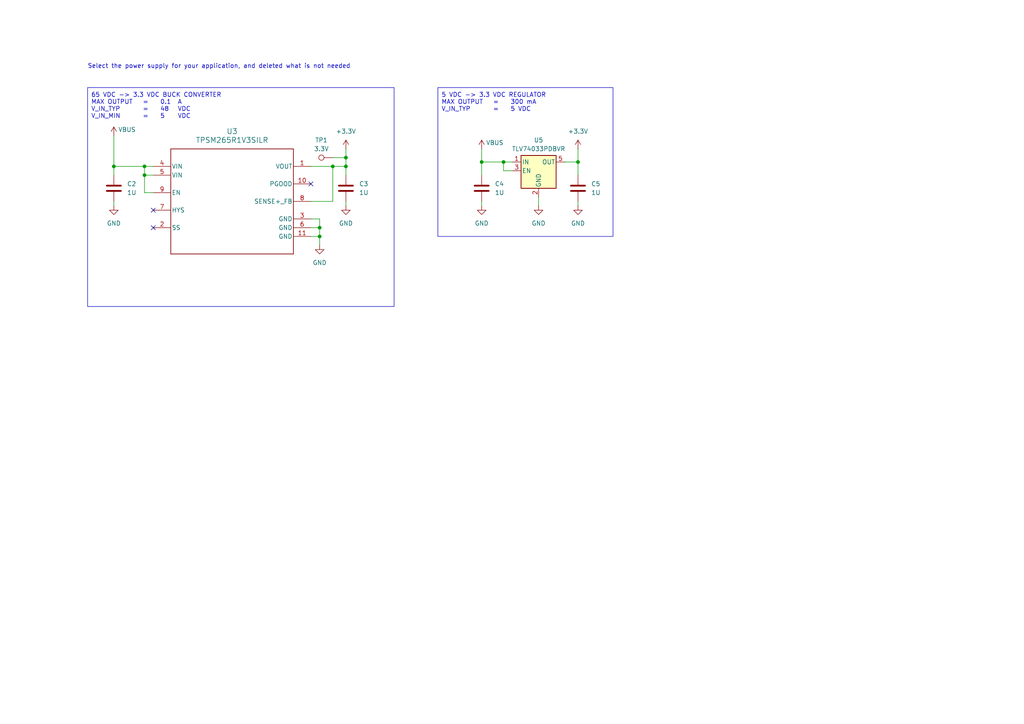
<source format=kicad_sch>
(kicad_sch (version 20231120) (generator "eeschema") (generator_version "8.0")
  (paper "A4")
  (title_block (rev "RevA") (company "Rack Robotics, Inc. "))
  (lib_symbols
    (symbol "Connector:TestPoint" (pin_numbers hide) (pin_names (offset 0.762) hide)
      (property "Reference" "TP" (at 0 6.858 0))
      (property "Value" "TestPoint" (at 0 5.08 0))
      (symbol "TestPoint_0_1"
        (circle (center 0 3.302) (radius 0.762))
      )
      (symbol "TestPoint_1_1"
        (pin passive line (at 0 0 90) (length 2.54) (name "1") (number "1"))
      )
    )
    (symbol "Device:C" (pin_numbers hide) (pin_names (offset 0.254))
      (property "Reference" "C" (at 0.635 2.54 0))
      (property "Value" "C" (at 0.635 -2.54 0))
      (symbol "C_0_1"
        (polyline (pts (xy -2.032 -0.762) (xy 2.032 -0.762)) (stroke (width 0.508)))
        (polyline (pts (xy -2.032 0.762) (xy 2.032 0.762)) (stroke (width 0.508)))
      )
      (symbol "C_1_1"
        (pin passive line (at 0 3.81 270) (length 2.794) (name "~") (number "1"))
        (pin passive line (at 0 -3.81 90) (length 2.794) (name "~") (number "2"))
      )
    )
    (symbol "power:+3.3V" (power) (pin_numbers hide) (pin_names (offset 0) hide)
      (property "Value" "+3.3V" (at 0 3.556 0))
      (symbol "+3.3V_0_1"
        (polyline (pts (xy -0.762 1.27) (xy 0 2.54)))
        (polyline (pts (xy 0 0) (xy 0 2.54)))
        (polyline (pts (xy 0 2.54) (xy 0.762 1.27)))
      )
      (symbol "+3.3V_1_1"
        (pin power_in line (at 0 0 90) (length 0) (name "~") (number "1"))
      )
    )
    (symbol "power:GND" (power) (pin_numbers hide) (pin_names (offset 0) hide)
      (property "Value" "GND" (at 0 -3.81 0))
      (symbol "GND_0_1"
        (polyline (pts (xy 0 0) (xy 0 -1.27) (xy 1.27 -1.27) (xy 0 -2.54) (xy -1.27 -1.27) (xy 0 -1.27)))
      )
      (symbol "GND_1_1"
        (pin power_in line (at 0 0 270) (length 0) (name "~") (number "1"))
      )
    )
    (symbol "power:VBUS" (power) (pin_numbers hide) (pin_names (offset 0) hide)
      (property "Value" "VBUS" (at 0 3.556 0))
      (symbol "VBUS_0_1"
        (polyline (pts (xy -0.762 1.27) (xy 0 2.54)))
        (polyline (pts (xy 0 0) (xy 0 2.54)))
        (polyline (pts (xy 0 2.54) (xy 0.762 1.27)))
      )
      (symbol "VBUS_1_1"
        (pin power_in line (at 0 0 90) (length 0) (name "~") (number "1"))
      )
    )
    (symbol "project-symbols:TLV74033PDBVR" (pin_names (offset 0.254))
      (property "Reference" "U" (at -3.81 5.715 0))
      (property "Value" "TLV74033PDBVR" (at 0 5.715 0))
      (symbol "TLV74033PDBVR_0_1"
        (rectangle (start -5.08 4.445) (end 5.08 -5.08) (stroke (width 0.254)) (fill (type background)))
      )
      (symbol "TLV74033PDBVR_1_1"
        (pin power_in line (at -7.62 2.54 0) (length 2.54) (name "IN") (number "1"))
        (pin power_in line (at 0 -7.62 90) (length 2.54) (name "GND") (number "2"))
        (pin input line (at -7.62 0 0) (length 2.54) (name "EN") (number "3"))
        (pin no_connect line (at 7.62 0 180) (length 2.54) hide (name "NC") (number "4"))
        (pin power_out line (at 7.62 2.54 180) (length 2.54) (name "OUT") (number "5"))
      )
    )
    (symbol "project-symbols:TPSM265R1" (pin_names (offset 0.254))
      (property "Reference" "U" (at 0 2.54 0))
      (property "Value" "TPSM265R1" (at 0.508 9.144 0))
      (symbol "TPSM265R1_0_1"
        (polyline (pts (xy -17.78 -15.24) (xy 17.78 -15.24)) (stroke (width 0.2032)))
        (polyline (pts (xy -17.78 15.24) (xy -17.78 -15.24)) (stroke (width 0.2032)))
        (polyline (pts (xy 17.78 -15.24) (xy 17.78 15.24)) (stroke (width 0.2032)))
        (polyline (pts (xy 17.78 15.24) (xy -17.78 15.24)) (stroke (width 0.2032)))
        (pin power_in line (at 22.86 10.16 180) (length 5.08) (name "VOUT") (number "1"))
        (pin open_collector line (at 22.86 5.08 180) (length 5.08) (name "PGOOD") (number "10"))
        (pin power_in line (at 22.86 -10.16 180) (length 5.08) (name "GND") (number "11"))
        (pin input line (at -22.86 -7.62 0) (length 5.08) (name "SS") (number "2"))
        (pin power_in line (at 22.86 -5.08 180) (length 5.08) (name "GND") (number "3"))
        (pin power_in line (at -22.86 10.16 0) (length 5.08) (name "VIN") (number "4"))
        (pin power_in line (at -22.86 7.62 0) (length 5.08) (name "VIN") (number "5"))
        (pin power_in line (at 22.86 -7.62 180) (length 5.08) (name "GND") (number "6"))
        (pin open_collector line (at -22.86 -2.54 0) (length 5.08) (name "HYS") (number "7"))
        (pin input line (at 22.86 0 180) (length 5.08) (name "SENSE+_FB") (number "8"))
        (pin input line (at -22.86 2.54 0) (length 5.08) (name "EN") (number "9"))
      )
    )
  )
  (junction (at 146.05 46.99))
  (junction (at 92.71 66.04))
  (junction (at 33.02 48.26))
  (junction (at 100.33 45.72))
  (junction (at 167.64 46.99))
  (junction (at 41.91 48.26))
  (junction (at 100.33 48.26))
  (junction (at 41.91 50.8))
  (junction (at 92.71 68.58))
  (junction (at 96.52 48.26))
  (junction (at 139.7 46.99))
  (no_connect (at 44.45 66.04))
  (no_connect (at 44.45 60.96))
  (no_connect (at 90.17 53.34))
  (wire (pts (xy 96.52 58.42) (xy 96.52 48.26)))
  (wire (pts (xy 92.71 66.04) (xy 92.71 63.5)))
  (wire (pts (xy 92.71 68.58) (xy 92.71 66.04)))
  (wire (pts (xy 100.33 43.18) (xy 100.33 45.72)))
  (wire (pts (xy 96.52 48.26) (xy 100.33 48.26)))
  (wire (pts (xy 167.64 43.18) (xy 167.64 46.99)))
  (wire (pts (xy 167.64 58.42) (xy 167.64 59.69)))
  (wire (pts (xy 90.17 58.42) (xy 96.52 58.42)))
  (wire (pts (xy 33.02 39.37) (xy 33.02 48.26)))
  (wire (pts (xy 90.17 48.26) (xy 96.52 48.26)))
  (wire (pts (xy 163.83 46.99) (xy 167.64 46.99)))
  (wire (pts (xy 90.17 68.58) (xy 92.71 68.58)))
  (wire (pts (xy 90.17 66.04) (xy 92.71 66.04)))
  (wire (pts (xy 148.59 49.53) (xy 146.05 49.53)))
  (wire (pts (xy 139.7 58.42) (xy 139.7 59.69)))
  (wire (pts (xy 100.33 45.72) (xy 100.33 48.26)))
  (wire (pts (xy 44.45 50.8) (xy 41.91 50.8)))
  (wire (pts (xy 44.45 55.88) (xy 41.91 55.88)))
  (wire (pts (xy 167.64 46.99) (xy 167.64 50.8)))
  (wire (pts (xy 100.33 48.26) (xy 100.33 50.8)))
  (wire (pts (xy 139.7 43.18) (xy 139.7 46.99)))
  (wire (pts (xy 139.7 50.8) (xy 139.7 46.99)))
  (wire (pts (xy 146.05 46.99) (xy 148.59 46.99)))
  (wire (pts (xy 96.52 45.72) (xy 100.33 45.72)))
  (wire (pts (xy 41.91 55.88) (xy 41.91 50.8)))
  (wire (pts (xy 146.05 49.53) (xy 146.05 46.99)))
  (wire (pts (xy 100.33 58.42) (xy 100.33 59.69)))
  (wire (pts (xy 92.71 71.12) (xy 92.71 68.58)))
  (wire (pts (xy 33.02 58.42) (xy 33.02 59.69)))
  (wire (pts (xy 41.91 50.8) (xy 41.91 48.26)))
  (wire (pts (xy 156.21 57.15) (xy 156.21 59.69)))
  (wire (pts (xy 33.02 50.8) (xy 33.02 48.26)))
  (wire (pts (xy 92.71 63.5) (xy 90.17 63.5)))
  (wire (pts (xy 33.02 48.26) (xy 41.91 48.26)))
  (wire (pts (xy 41.91 48.26) (xy 44.45 48.26)))
  (wire (pts (xy 139.7 46.99) (xy 146.05 46.99)))
  (rectangle (start 127 25.4) (end 177.8 68.58))
  (rectangle (start 25.4 25.4) (end 114.3 88.9))
  (text "Select the power supply for your application, and deleted what is not needed" (at 25.4 18.542 0) (effects (font (size 1.27 1.27)) (justify left top)))
  (text "5 VDC -> 3.3 VDC REGULATOR\nMAX OUTPUT	=	300 mA\nV_IN_TYP	=	5 VDC" (at 128.016 29.718 0) (effects (font (size 1.27 1.27)) (justify left)))
  (text "65 VDC -> 3.3 VDC BUCK CONVERTER\nMAX OUTPUT	=	0.1	A\nV_IN_TYP	=	48	VDC\nV_IN_MIN	=	5	VDC" (at 26.416 30.734 0) (effects (font (size 1.27 1.27)) (justify left)))
  (symbol (lib_id "power:GND") (at 33.02 59.69 0) (unit 1)
    (property "Reference" "#PWR016" (effects (hide yes)))
    (property "Value" "GND" (at 33.02 64.77 0))
    (property "Description" "Power symbol creates a global label with name \"GND\" , ground" (effects (hide yes)))
  )
  (symbol (lib_id "power:GND") (at 167.64 59.69 0) (unit 1)
    (property "Reference" "#PWR06" (effects (hide yes)))
    (property "Value" "GND" (at 167.64 64.77 0))
    (property "Description" "Power symbol creates a global label with name \"GND\" , ground" (effects (hide yes)))
  )
  (symbol (lib_id "Device:C") (at 139.7 54.61 0) (unit 1)
    (property "Reference" "C4" (at 143.51 53.3399 0) (effects (justify left)))
    (property "Value" "1U" (at 143.51 55.8799 0) (effects (justify left)))
    (property "Footprint" "Capacitor_SMD:C_0402_1005Metric" (effects (hide yes)))
    (property "Supplier" "Digikey Electronics" (effects (hide yes)))
    (property "Manufacterer" "YAGEO" (effects (hide yes)))
    (property "Dielectric" "X7R" (effects (hide yes)))
    (property "Max Package Height " "0.90 mm" (effects (hide yes)))
    (property "Max Voltage" "50V" (effects (hide yes)))
    (property "Tolerance" "10%" (effects (hide yes)))
  )
  (symbol (lib_id "power:GND") (at 100.33 59.69 0) (unit 1)
    (property "Reference" "#PWR020" (effects (hide yes)))
    (property "Value" "GND" (at 100.33 64.77 0))
    (property "Description" "Power symbol creates a global label with name \"GND\" , ground" (effects (hide yes)))
  )
  (symbol (lib_id "Device:C") (at 33.02 54.61 0) (unit 1)
    (property "Reference" "C2" (at 36.83 53.3399 0) (effects (justify left)))
    (property "Value" "1U" (at 36.83 55.8799 0) (effects (justify left)))
    (property "Footprint" "Capacitor_SMD:C_0402_1005Metric" (effects (hide yes)))
    (property "Supplier" "Digikey Electronics" (effects (hide yes)))
    (property "Manufacterer" "YAGEO" (effects (hide yes)))
    (property "Dielectric" "X7R" (effects (hide yes)))
    (property "Max Package Height " "0.90 mm" (effects (hide yes)))
    (property "Max Voltage" "50V" (effects (hide yes)))
    (property "Tolerance" "10%" (effects (hide yes)))
  )
  (symbol (lib_id "Device:C") (at 100.33 54.61 0) (unit 1)
    (property "Reference" "C3" (at 104.14 53.3399 0) (effects (justify left)))
    (property "Value" "1U" (at 104.14 55.8799 0) (effects (justify left)))
    (property "Footprint" "Capacitor_SMD:C_0402_1005Metric" (effects (hide yes)))
    (property "Supplier" "Digikey Electronics" (effects (hide yes)))
    (property "Manufacterer" "YAGEO" (effects (hide yes)))
    (property "Dielectric" "X7R" (effects (hide yes)))
    (property "Max Package Height " "0.90 mm" (effects (hide yes)))
    (property "Max Voltage" "50V" (effects (hide yes)))
    (property "Tolerance" "10%" (effects (hide yes)))
  )
  (symbol (lib_id "project-symbols:TPSM265R1") (at 67.31 58.42 0) (unit 1)
    (property "Reference" "U3" (at 67.31 38.1 0) (effects (font (size 1.524 1.524))))
    (property "Value" "TPSM265R1V3SILR" (at 67.31 40.64 0) (effects (font (size 1.524 1.524))))
    (property "Footprint" "project-footprints:TPSM265R1" (effects (hide yes)))
    (property "Datasheet" "https://www.ti.com/lit/ds/symlink/tpsm265r1.pdf" (effects (hide yes)))
    (property "Description" "Non-Isolated PoL Module DC DC Converter 1 Output 3.3V 100mA 3V - 65V Input" (effects (hide yes)))
    (property "Supplier" "Digikey Electronics" (effects (hide yes)))
    (property "Supplier#" "296-TPSM265R1V3SILRCT-ND" (effects (hide yes)))
    (property "Manufacterer" "Texas Instruments" (effects (hide yes)))
  )
  (symbol (lib_id "power:+3.3V") (at 100.33 43.18 0) (unit 1)
    (property "Reference" "#PWR018" (effects (hide yes)))
    (property "Value" "+3.3V" (at 100.33 38.1 0))
    (property "Description" "Power symbol creates a global label with name \"+3.3V\"" (effects (hide yes)))
  )
  (symbol (lib_id "project-symbols:TLV74033PDBVR") (at 156.21 49.53 0) (unit 1)
    (property "Reference" "U5" (at 156.21 40.64 0))
    (property "Value" "TLV74033PDBVR" (at 156.21 43.18 0))
    (property "Footprint" "Package_TO_SOT_SMD:SOT-23-5" (effects (hide yes)))
    (property "Datasheet" "https://mm.digikey.com/Volume0/opasdata/d220001/medias/docus/5334/TLV740P_DS.pdf" (effects (hide yes)))
    (property "Description" "Linear Voltage Regulator IC Positive Fixed 1 Output 300mA SOT-23-5" (effects (hide yes)))
    (property "Supplier" "Digikey Electronics" (effects (hide yes)))
    (property "Supplier#" "296-TLV74033PDBVRCT-ND" (effects (hide yes)))
    (property "Manufacterer" "Texas Instruments" (effects (hide yes)))
  )
  (symbol (lib_id "power:GND") (at 92.71 71.12 0) (unit 1)
    (property "Reference" "#PWR019" (effects (hide yes)))
    (property "Value" "GND" (at 92.71 76.2 0))
    (property "Description" "Power symbol creates a global label with name \"GND\" , ground" (effects (hide yes)))
  )
  (symbol (lib_id "power:+3.3V") (at 167.64 43.18 0) (unit 1)
    (property "Reference" "#PWR07" (effects (hide yes)))
    (property "Value" "+3.3V" (at 167.64 38.1 0))
    (property "Description" "Power symbol creates a global label with name \"+3.3V\"" (effects (hide yes)))
  )
  (symbol (lib_id "power:GND") (at 156.21 59.69 0) (unit 1)
    (property "Reference" "#PWR05" (effects (hide yes)))
    (property "Value" "GND" (at 156.21 64.77 0))
    (property "Description" "Power symbol creates a global label with name \"GND\" , ground" (effects (hide yes)))
  )
  (symbol (lib_id "Device:C") (at 167.64 54.61 0) (unit 1)
    (property "Reference" "C5" (at 171.45 53.3399 0) (effects (justify left)))
    (property "Value" "1U" (at 171.45 55.8799 0) (effects (justify left)))
    (property "Footprint" "Capacitor_SMD:C_0402_1005Metric" (effects (hide yes)))
    (property "Supplier" "Digikey Electronics" (effects (hide yes)))
    (property "Manufacterer" "YAGEO" (effects (hide yes)))
    (property "Dielectric" "X7R" (effects (hide yes)))
    (property "Max Package Height " "0.90 mm" (effects (hide yes)))
    (property "Max Voltage" "50V" (effects (hide yes)))
    (property "Tolerance" "10%" (effects (hide yes)))
  )
  (symbol (lib_id "Connector:TestPoint") (at 96.52 45.72 90) (unit 1)
    (property "Reference" "TP1" (at 93.218 40.64 90))
    (property "Value" "3.3V" (at 93.218 43.18 90))
    (property "Footprint" "TestPoint:TestPoint_Pad_1.0x1.0mm" (effects (hide yes)))
    (property "Description" "test point" (effects (hide yes)))
  )
  (symbol (lib_id "power:GND") (at 139.7 59.69 0) (unit 1)
    (property "Reference" "#PWR04" (effects (hide yes)))
    (property "Value" "GND" (at 139.7 64.77 0))
    (property "Description" "Power symbol creates a global label with name \"GND\" , ground" (effects (hide yes)))
  )
  (symbol (lib_id "power:VBUS") (at 139.7 43.18 0) (unit 1)
    (property "Reference" "#PWR08" (effects (hide yes)))
    (property "Value" "VBUS" (at 143.51 41.402 0))
    (property "Description" "Power symbol creates a global label with name \"VBUS\"" (effects (hide yes)))
  )
  (symbol (lib_id "power:VBUS") (at 33.02 39.37 0) (unit 1)
    (property "Reference" "#PWR017" (effects (hide yes)))
    (property "Value" "VBUS" (at 36.83 37.592 0))
    (property "Description" "Power symbol creates a global label with name \"VBUS\"" (effects (hide yes)))
  )
)
</source>
